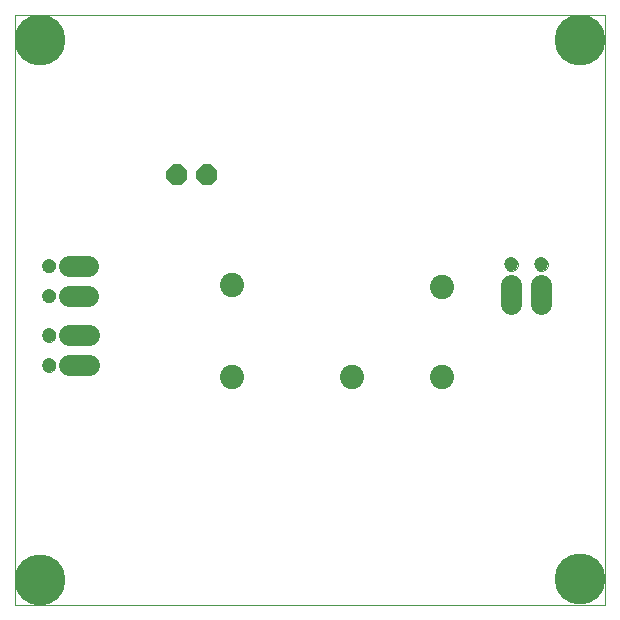
<source format=gts>
G75*
%MOIN*%
%OFA0B0*%
%FSLAX24Y24*%
%IPPOS*%
%LPD*%
%AMOC8*
5,1,8,0,0,1.08239X$1,22.5*
%
%ADD10C,0.0000*%
%ADD11OC8,0.0700*%
%ADD12C,0.0690*%
%ADD13C,0.0473*%
%ADD14C,0.0808*%
%ADD15C,0.1700*%
D10*
X000285Y000180D02*
X000285Y019865D01*
X019970Y019865D01*
X019970Y000180D01*
X000285Y000180D01*
X001202Y008174D02*
X001204Y008203D01*
X001210Y008231D01*
X001219Y008259D01*
X001232Y008285D01*
X001249Y008308D01*
X001268Y008330D01*
X001290Y008349D01*
X001315Y008364D01*
X001341Y008377D01*
X001369Y008385D01*
X001397Y008390D01*
X001426Y008391D01*
X001455Y008388D01*
X001483Y008381D01*
X001510Y008371D01*
X001536Y008357D01*
X001559Y008340D01*
X001580Y008320D01*
X001598Y008297D01*
X001613Y008272D01*
X001624Y008245D01*
X001632Y008217D01*
X001636Y008188D01*
X001636Y008160D01*
X001632Y008131D01*
X001624Y008103D01*
X001613Y008076D01*
X001598Y008051D01*
X001580Y008028D01*
X001559Y008008D01*
X001536Y007991D01*
X001510Y007977D01*
X001483Y007967D01*
X001455Y007960D01*
X001426Y007957D01*
X001397Y007958D01*
X001369Y007963D01*
X001341Y007971D01*
X001315Y007984D01*
X001290Y007999D01*
X001268Y008018D01*
X001249Y008040D01*
X001232Y008063D01*
X001219Y008089D01*
X001210Y008117D01*
X001204Y008145D01*
X001202Y008174D01*
X001202Y009174D02*
X001204Y009203D01*
X001210Y009231D01*
X001219Y009259D01*
X001232Y009285D01*
X001249Y009308D01*
X001268Y009330D01*
X001290Y009349D01*
X001315Y009364D01*
X001341Y009377D01*
X001369Y009385D01*
X001397Y009390D01*
X001426Y009391D01*
X001455Y009388D01*
X001483Y009381D01*
X001510Y009371D01*
X001536Y009357D01*
X001559Y009340D01*
X001580Y009320D01*
X001598Y009297D01*
X001613Y009272D01*
X001624Y009245D01*
X001632Y009217D01*
X001636Y009188D01*
X001636Y009160D01*
X001632Y009131D01*
X001624Y009103D01*
X001613Y009076D01*
X001598Y009051D01*
X001580Y009028D01*
X001559Y009008D01*
X001536Y008991D01*
X001510Y008977D01*
X001483Y008967D01*
X001455Y008960D01*
X001426Y008957D01*
X001397Y008958D01*
X001369Y008963D01*
X001341Y008971D01*
X001315Y008984D01*
X001290Y008999D01*
X001268Y009018D01*
X001249Y009040D01*
X001232Y009063D01*
X001219Y009089D01*
X001210Y009117D01*
X001204Y009145D01*
X001202Y009174D01*
X001194Y010500D02*
X001196Y010529D01*
X001202Y010557D01*
X001211Y010585D01*
X001224Y010611D01*
X001241Y010634D01*
X001260Y010656D01*
X001282Y010675D01*
X001307Y010690D01*
X001333Y010703D01*
X001361Y010711D01*
X001389Y010716D01*
X001418Y010717D01*
X001447Y010714D01*
X001475Y010707D01*
X001502Y010697D01*
X001528Y010683D01*
X001551Y010666D01*
X001572Y010646D01*
X001590Y010623D01*
X001605Y010598D01*
X001616Y010571D01*
X001624Y010543D01*
X001628Y010514D01*
X001628Y010486D01*
X001624Y010457D01*
X001616Y010429D01*
X001605Y010402D01*
X001590Y010377D01*
X001572Y010354D01*
X001551Y010334D01*
X001528Y010317D01*
X001502Y010303D01*
X001475Y010293D01*
X001447Y010286D01*
X001418Y010283D01*
X001389Y010284D01*
X001361Y010289D01*
X001333Y010297D01*
X001307Y010310D01*
X001282Y010325D01*
X001260Y010344D01*
X001241Y010366D01*
X001224Y010389D01*
X001211Y010415D01*
X001202Y010443D01*
X001196Y010471D01*
X001194Y010500D01*
X001194Y011500D02*
X001196Y011529D01*
X001202Y011557D01*
X001211Y011585D01*
X001224Y011611D01*
X001241Y011634D01*
X001260Y011656D01*
X001282Y011675D01*
X001307Y011690D01*
X001333Y011703D01*
X001361Y011711D01*
X001389Y011716D01*
X001418Y011717D01*
X001447Y011714D01*
X001475Y011707D01*
X001502Y011697D01*
X001528Y011683D01*
X001551Y011666D01*
X001572Y011646D01*
X001590Y011623D01*
X001605Y011598D01*
X001616Y011571D01*
X001624Y011543D01*
X001628Y011514D01*
X001628Y011486D01*
X001624Y011457D01*
X001616Y011429D01*
X001605Y011402D01*
X001590Y011377D01*
X001572Y011354D01*
X001551Y011334D01*
X001528Y011317D01*
X001502Y011303D01*
X001475Y011293D01*
X001447Y011286D01*
X001418Y011283D01*
X001389Y011284D01*
X001361Y011289D01*
X001333Y011297D01*
X001307Y011310D01*
X001282Y011325D01*
X001260Y011344D01*
X001241Y011366D01*
X001224Y011389D01*
X001211Y011415D01*
X001202Y011443D01*
X001196Y011471D01*
X001194Y011500D01*
X016615Y011539D02*
X016617Y011568D01*
X016623Y011596D01*
X016632Y011624D01*
X016645Y011650D01*
X016662Y011673D01*
X016681Y011695D01*
X016703Y011714D01*
X016728Y011729D01*
X016754Y011742D01*
X016782Y011750D01*
X016810Y011755D01*
X016839Y011756D01*
X016868Y011753D01*
X016896Y011746D01*
X016923Y011736D01*
X016949Y011722D01*
X016972Y011705D01*
X016993Y011685D01*
X017011Y011662D01*
X017026Y011637D01*
X017037Y011610D01*
X017045Y011582D01*
X017049Y011553D01*
X017049Y011525D01*
X017045Y011496D01*
X017037Y011468D01*
X017026Y011441D01*
X017011Y011416D01*
X016993Y011393D01*
X016972Y011373D01*
X016949Y011356D01*
X016923Y011342D01*
X016896Y011332D01*
X016868Y011325D01*
X016839Y011322D01*
X016810Y011323D01*
X016782Y011328D01*
X016754Y011336D01*
X016728Y011349D01*
X016703Y011364D01*
X016681Y011383D01*
X016662Y011405D01*
X016645Y011428D01*
X016632Y011454D01*
X016623Y011482D01*
X016617Y011510D01*
X016615Y011539D01*
X017615Y011539D02*
X017617Y011568D01*
X017623Y011596D01*
X017632Y011624D01*
X017645Y011650D01*
X017662Y011673D01*
X017681Y011695D01*
X017703Y011714D01*
X017728Y011729D01*
X017754Y011742D01*
X017782Y011750D01*
X017810Y011755D01*
X017839Y011756D01*
X017868Y011753D01*
X017896Y011746D01*
X017923Y011736D01*
X017949Y011722D01*
X017972Y011705D01*
X017993Y011685D01*
X018011Y011662D01*
X018026Y011637D01*
X018037Y011610D01*
X018045Y011582D01*
X018049Y011553D01*
X018049Y011525D01*
X018045Y011496D01*
X018037Y011468D01*
X018026Y011441D01*
X018011Y011416D01*
X017993Y011393D01*
X017972Y011373D01*
X017949Y011356D01*
X017923Y011342D01*
X017896Y011332D01*
X017868Y011325D01*
X017839Y011322D01*
X017810Y011323D01*
X017782Y011328D01*
X017754Y011336D01*
X017728Y011349D01*
X017703Y011364D01*
X017681Y011383D01*
X017662Y011405D01*
X017645Y011428D01*
X017632Y011454D01*
X017623Y011482D01*
X017617Y011510D01*
X017615Y011539D01*
D11*
X006694Y014512D03*
X005694Y014512D03*
D12*
X002736Y011500D02*
X002086Y011500D01*
X002086Y010500D02*
X002736Y010500D01*
X002744Y009174D02*
X002095Y009174D01*
X002095Y008174D02*
X002744Y008174D01*
X016832Y010214D02*
X016832Y010864D01*
X017832Y010864D02*
X017832Y010214D01*
D13*
X017832Y011539D03*
X016832Y011539D03*
X001411Y011500D03*
X001411Y010500D03*
X001419Y009174D03*
X001419Y008174D03*
D14*
X007522Y007773D03*
X007522Y010863D03*
X011522Y007773D03*
X014522Y007773D03*
X014522Y010773D03*
D15*
X019117Y019007D03*
X019114Y001042D03*
X001135Y001030D03*
X001136Y019005D03*
M02*

</source>
